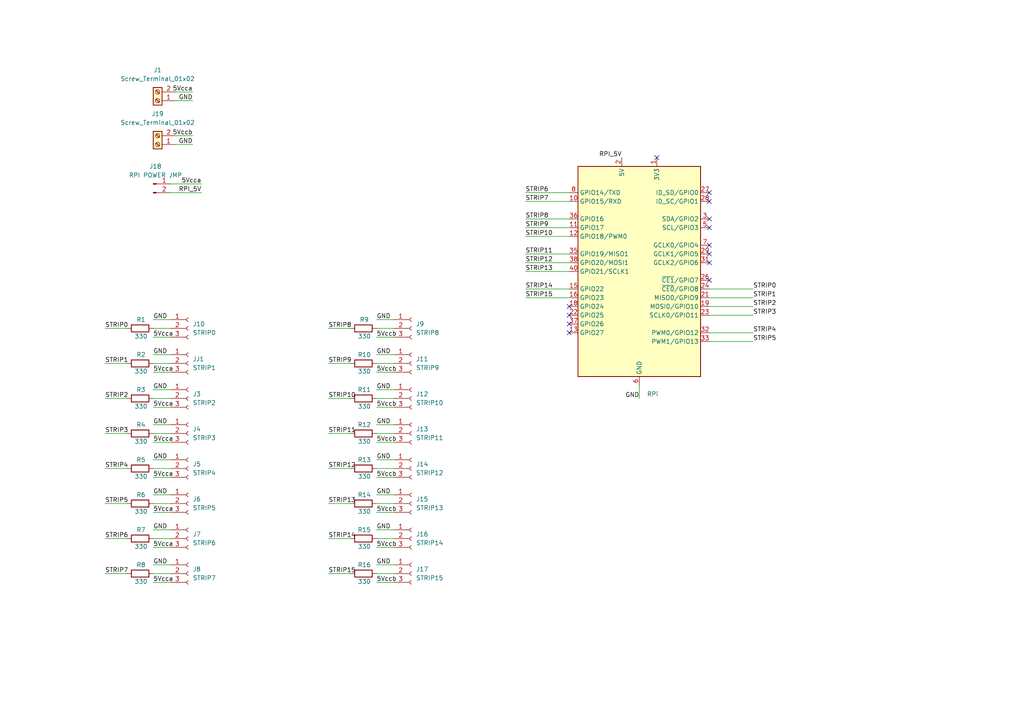
<source format=kicad_sch>
(kicad_sch (version 20231120) (generator "eeschema") (generator_version "8.0")
  (paper "A4")
  (lib_symbols
    (symbol "Connector:Conn_01x02_Pin" (pin_names (offset 1.016) hide)
      (property "Reference" "J" (at 0 2.54 0))
      (property "Value" "Conn_01x02_Pin" (at 0 -5.08 0))
      (symbol "Conn_01x02_Pin_1_1"
        (polyline (pts (xy 1.27 -2.54) (xy 0.8636 -2.54)) (stroke (width 0.1524)))
        (polyline (pts (xy 1.27 0) (xy 0.8636 0)) (stroke (width 0.1524)))
        (rectangle (start 0.8636 -2.413) (end 0 -2.667) (stroke (width 0.1524)) (fill (type outline)))
        (rectangle (start 0.8636 0.127) (end 0 -0.127) (stroke (width 0.1524)) (fill (type outline)))
        (pin passive line (at 5.08 0 180) (length 3.81) (name "Pin_1") (number "1"))
        (pin passive line (at 5.08 -2.54 180) (length 3.81) (name "Pin_2") (number "2"))
      )
    )
    (symbol "Connector:Conn_01x03_Socket" (pin_names (offset 1.016) hide)
      (property "Reference" "J" (at 0 5.08 0))
      (property "Value" "Conn_01x03_Socket" (at 0 -5.08 0))
      (symbol "Conn_01x03_Socket_1_1"
        (arc (start 0 -2.032) (mid -0.5058 -2.54) (end 0 -3.048) (stroke (width 0.1524)))
        (polyline (pts (xy -1.27 -2.54) (xy -0.508 -2.54)) (stroke (width 0.1524)))
        (polyline (pts (xy -1.27 0) (xy -0.508 0)) (stroke (width 0.1524)))
        (polyline (pts (xy -1.27 2.54) (xy -0.508 2.54)) (stroke (width 0.1524)))
        (arc (start 0 0.508) (mid -0.5058 0) (end 0 -0.508) (stroke (width 0.1524)))
        (arc (start 0 3.048) (mid -0.5058 2.54) (end 0 2.032) (stroke (width 0.1524)))
        (pin passive line (at -5.08 2.54 0) (length 3.81) (name "Pin_1") (number "1"))
        (pin passive line (at -5.08 0 0) (length 3.81) (name "Pin_2") (number "2"))
        (pin passive line (at -5.08 -2.54 0) (length 3.81) (name "Pin_3") (number "3"))
      )
    )
    (symbol "Connector:Raspberry_Pi_2_3"
      (property "Reference" "J" (at -17.78 31.75 0))
      (property "Value" "Raspberry_Pi_2_3" (at 10.16 -31.75 0))
      (symbol "Raspberry_Pi_2_3_0_1"
        (rectangle (start -17.78 30.48) (end 17.78 -30.48) (stroke (width 0.254)) (fill (type background)))
      )
      (symbol "Raspberry_Pi_2_3_1_1"
        (pin power_in line (at 5.08 33.02 270) (length 2.54) (name "3V3") (number "1"))
        (pin bidirectional line (at -20.32 20.32 0) (length 2.54) (name "GPIO15/RXD") (number "10"))
        (pin bidirectional line (at -20.32 12.7 0) (length 2.54) (name "GPIO17") (number "11"))
        (pin bidirectional line (at -20.32 10.16 0) (length 2.54) (name "GPIO18/PWM0") (number "12"))
        (pin bidirectional line (at -20.32 -17.78 0) (length 2.54) (name "GPIO27") (number "13"))
        (pin passive line (at 0 -33.02 90) (length 2.54) hide (name "GND") (number "14"))
        (pin bidirectional line (at -20.32 -5.08 0) (length 2.54) (name "GPIO22") (number "15"))
        (pin bidirectional line (at -20.32 -7.62 0) (length 2.54) (name "GPIO23") (number "16"))
        (pin passive line (at 5.08 33.02 270) (length 2.54) hide (name "3V3") (number "17"))
        (pin bidirectional line (at -20.32 -10.16 0) (length 2.54) (name "GPIO24") (number "18"))
        (pin bidirectional line (at 20.32 -10.16 180) (length 2.54) (name "MOSI0/GPIO10") (number "19"))
        (pin power_in line (at -5.08 33.02 270) (length 2.54) (name "5V") (number "2"))
        (pin passive line (at 0 -33.02 90) (length 2.54) hide (name "GND") (number "20"))
        (pin bidirectional line (at 20.32 -7.62 180) (length 2.54) (name "MISO0/GPIO9") (number "21"))
        (pin bidirectional line (at -20.32 -12.7 0) (length 2.54) (name "GPIO25") (number "22"))
        (pin bidirectional line (at 20.32 -12.7 180) (length 2.54) (name "SCLK0/GPIO11") (number "23"))
        (pin bidirectional line (at 20.32 -5.08 180) (length 2.54) (name "~{CE0}/GPIO8") (number "24"))
        (pin passive line (at 0 -33.02 90) (length 2.54) hide (name "GND") (number "25"))
        (pin bidirectional line (at 20.32 -2.54 180) (length 2.54) (name "~{CE1}/GPIO7") (number "26"))
        (pin bidirectional line (at 20.32 22.86 180) (length 2.54) (name "ID_SD/GPIO0") (number "27"))
        (pin bidirectional line (at 20.32 20.32 180) (length 2.54) (name "ID_SC/GPIO1") (number "28"))
        (pin bidirectional line (at 20.32 5.08 180) (length 2.54) (name "GCLK1/GPIO5") (number "29"))
        (pin bidirectional line (at 20.32 15.24 180) (length 2.54) (name "SDA/GPIO2") (number "3"))
        (pin passive line (at 0 -33.02 90) (length 2.54) hide (name "GND") (number "30"))
        (pin bidirectional line (at 20.32 2.54 180) (length 2.54) (name "GCLK2/GPIO6") (number "31"))
        (pin bidirectional line (at 20.32 -17.78 180) (length 2.54) (name "PWM0/GPIO12") (number "32"))
        (pin bidirectional line (at 20.32 -20.32 180) (length 2.54) (name "PWM1/GPIO13") (number "33"))
        (pin passive line (at 0 -33.02 90) (length 2.54) hide (name "GND") (number "34"))
        (pin bidirectional line (at -20.32 5.08 0) (length 2.54) (name "GPIO19/MISO1") (number "35"))
        (pin bidirectional line (at -20.32 15.24 0) (length 2.54) (name "GPIO16") (number "36"))
        (pin bidirectional line (at -20.32 -15.24 0) (length 2.54) (name "GPIO26") (number "37"))
        (pin bidirectional line (at -20.32 2.54 0) (length 2.54) (name "GPIO20/MOSI1") (number "38"))
        (pin passive line (at 0 -33.02 90) (length 2.54) hide (name "GND") (number "39"))
        (pin passive line (at -5.08 33.02 270) (length 2.54) hide (name "5V") (number "4"))
        (pin bidirectional line (at -20.32 0 0) (length 2.54) (name "GPIO21/SCLK1") (number "40"))
        (pin bidirectional line (at 20.32 12.7 180) (length 2.54) (name "SCL/GPIO3") (number "5"))
        (pin power_in line (at 0 -33.02 90) (length 2.54) (name "GND") (number "6"))
        (pin bidirectional line (at 20.32 7.62 180) (length 2.54) (name "GCLK0/GPIO4") (number "7"))
        (pin bidirectional line (at -20.32 22.86 0) (length 2.54) (name "GPIO14/TXD") (number "8"))
        (pin passive line (at 0 -33.02 90) (length 2.54) hide (name "GND") (number "9"))
      )
    )
    (symbol "Connector:Screw_Terminal_01x02" (pin_names (offset 1.016) hide)
      (property "Reference" "J" (at 0 2.54 0))
      (property "Value" "Screw_Terminal_01x02" (at 0 -5.08 0))
      (symbol "Screw_Terminal_01x02_1_1"
        (rectangle (start -1.27 1.27) (end 1.27 -3.81) (stroke (width 0.254)) (fill (type background)))
        (circle (center 0 -2.54) (radius 0.635) (stroke (width 0.1524)))
        (polyline (pts (xy -0.5334 -2.2098) (xy 0.3302 -3.048)) (stroke (width 0.1524)))
        (polyline (pts (xy -0.5334 0.3302) (xy 0.3302 -0.508)) (stroke (width 0.1524)))
        (polyline (pts (xy -0.3556 -2.032) (xy 0.508 -2.8702)) (stroke (width 0.1524)))
        (polyline (pts (xy -0.3556 0.508) (xy 0.508 -0.3302)) (stroke (width 0.1524)))
        (circle (center 0 0) (radius 0.635) (stroke (width 0.1524)))
        (pin passive line (at -5.08 0 0) (length 3.81) (name "Pin_1") (number "1"))
        (pin passive line (at -5.08 -2.54 0) (length 3.81) (name "Pin_2") (number "2"))
      )
    )
    (symbol "Device:R" (pin_numbers hide) (pin_names (offset 0))
      (property "Reference" "R" (at 2.032 0 90))
      (property "Value" "R" (at 0 0 90))
      (symbol "R_0_1"
        (rectangle (start -1.016 -2.54) (end 1.016 2.54) (stroke (width 0.254)))
      )
      (symbol "R_1_1"
        (pin passive line (at 0 3.81 270) (length 1.27) (name "~") (number "1"))
        (pin passive line (at 0 -3.81 90) (length 1.27) (name "~") (number "2"))
      )
    )
  )
  (no_connect (at 205.74 55.88))
  (no_connect (at 205.74 58.42))
  (no_connect (at 165.1 93.98))
  (no_connect (at 205.74 66.04))
  (no_connect (at 190.5 45.72))
  (no_connect (at 165.1 91.44))
  (no_connect (at 205.74 81.28))
  (no_connect (at 205.74 63.5))
  (no_connect (at 205.74 71.12))
  (no_connect (at 165.1 88.9))
  (no_connect (at 205.74 73.66))
  (no_connect (at 205.74 76.2))
  (no_connect (at 165.1 96.52))
  (wire (pts (xy 109.22 102.87) (xy 114.3 102.87)))
  (wire (pts (xy 44.45 156.21) (xy 49.53 156.21)))
  (wire (pts (xy 44.45 105.41) (xy 49.53 105.41)))
  (wire (pts (xy 95.25 146.05) (xy 101.6 146.05)))
  (wire (pts (xy 109.22 138.43) (xy 114.3 138.43)))
  (wire (pts (xy 44.45 113.03) (xy 49.53 113.03)))
  (wire (pts (xy 44.45 143.51) (xy 49.53 143.51)))
  (wire (pts (xy 44.45 97.79) (xy 49.53 97.79)))
  (wire (pts (xy 49.53 55.88) (xy 58.42 55.88)))
  (wire (pts (xy 44.45 92.71) (xy 49.53 92.71)))
  (wire (pts (xy 44.45 153.67) (xy 49.53 153.67)))
  (wire (pts (xy 30.48 105.41) (xy 36.83 105.41)))
  (wire (pts (xy 44.45 163.83) (xy 49.53 163.83)))
  (wire (pts (xy 152.4 68.58) (xy 165.1 68.58)))
  (wire (pts (xy 30.48 115.57) (xy 36.83 115.57)))
  (wire (pts (xy 44.45 95.25) (xy 49.53 95.25)))
  (wire (pts (xy 44.45 102.87) (xy 49.53 102.87)))
  (wire (pts (xy 30.48 166.37) (xy 36.83 166.37)))
  (wire (pts (xy 152.4 63.5) (xy 165.1 63.5)))
  (wire (pts (xy 44.45 168.91) (xy 49.53 168.91)))
  (wire (pts (xy 109.22 143.51) (xy 114.3 143.51)))
  (wire (pts (xy 95.25 156.21) (xy 101.6 156.21)))
  (wire (pts (xy 152.4 73.66) (xy 165.1 73.66)))
  (wire (pts (xy 95.25 135.89) (xy 101.6 135.89)))
  (wire (pts (xy 109.22 92.71) (xy 114.3 92.71)))
  (wire (pts (xy 95.25 166.37) (xy 101.6 166.37)))
  (wire (pts (xy 50.8 26.67) (xy 55.88 26.67)))
  (wire (pts (xy 109.22 158.75) (xy 114.3 158.75)))
  (wire (pts (xy 109.22 95.25) (xy 114.3 95.25)))
  (wire (pts (xy 109.22 105.41) (xy 114.3 105.41)))
  (wire (pts (xy 50.8 39.37) (xy 55.88 39.37)))
  (wire (pts (xy 205.74 96.52) (xy 218.44 96.52)))
  (wire (pts (xy 109.22 113.03) (xy 114.3 113.03)))
  (wire (pts (xy 109.22 156.21) (xy 114.3 156.21)))
  (wire (pts (xy 44.45 146.05) (xy 49.53 146.05)))
  (wire (pts (xy 109.22 168.91) (xy 114.3 168.91)))
  (wire (pts (xy 109.22 123.19) (xy 114.3 123.19)))
  (wire (pts (xy 30.48 156.21) (xy 36.83 156.21)))
  (wire (pts (xy 95.25 105.41) (xy 101.6 105.41)))
  (wire (pts (xy 205.74 91.44) (xy 218.44 91.44)))
  (wire (pts (xy 109.22 146.05) (xy 114.3 146.05)))
  (wire (pts (xy 44.45 158.75) (xy 49.53 158.75)))
  (wire (pts (xy 44.45 148.59) (xy 49.53 148.59)))
  (wire (pts (xy 109.22 128.27) (xy 114.3 128.27)))
  (wire (pts (xy 205.74 83.82) (xy 218.44 83.82)))
  (wire (pts (xy 152.4 55.88) (xy 165.1 55.88)))
  (wire (pts (xy 44.45 135.89) (xy 49.53 135.89)))
  (wire (pts (xy 205.74 86.36) (xy 218.44 86.36)))
  (wire (pts (xy 44.45 115.57) (xy 49.53 115.57)))
  (wire (pts (xy 44.45 138.43) (xy 49.53 138.43)))
  (wire (pts (xy 109.22 107.95) (xy 114.3 107.95)))
  (wire (pts (xy 109.22 163.83) (xy 114.3 163.83)))
  (wire (pts (xy 152.4 58.42) (xy 165.1 58.42)))
  (wire (pts (xy 152.4 76.2) (xy 165.1 76.2)))
  (wire (pts (xy 30.48 135.89) (xy 36.83 135.89)))
  (wire (pts (xy 109.22 135.89) (xy 114.3 135.89)))
  (wire (pts (xy 30.48 95.25) (xy 36.83 95.25)))
  (wire (pts (xy 152.4 86.36) (xy 165.1 86.36)))
  (wire (pts (xy 44.45 123.19) (xy 49.53 123.19)))
  (wire (pts (xy 109.22 115.57) (xy 114.3 115.57)))
  (wire (pts (xy 152.4 66.04) (xy 165.1 66.04)))
  (wire (pts (xy 49.53 53.34) (xy 58.42 53.34)))
  (wire (pts (xy 152.4 78.74) (xy 165.1 78.74)))
  (wire (pts (xy 95.25 115.57) (xy 101.6 115.57)))
  (wire (pts (xy 95.25 95.25) (xy 101.6 95.25)))
  (wire (pts (xy 109.22 153.67) (xy 114.3 153.67)))
  (wire (pts (xy 109.22 166.37) (xy 114.3 166.37)))
  (wire (pts (xy 44.45 118.11) (xy 49.53 118.11)))
  (wire (pts (xy 30.48 125.73) (xy 36.83 125.73)))
  (wire (pts (xy 109.22 118.11) (xy 114.3 118.11)))
  (wire (pts (xy 109.22 97.79) (xy 114.3 97.79)))
  (wire (pts (xy 50.8 41.91) (xy 55.88 41.91)))
  (wire (pts (xy 109.22 133.35) (xy 114.3 133.35)))
  (wire (pts (xy 205.74 88.9) (xy 218.44 88.9)))
  (wire (pts (xy 109.22 148.59) (xy 114.3 148.59)))
  (wire (pts (xy 44.45 128.27) (xy 49.53 128.27)))
  (wire (pts (xy 152.4 83.82) (xy 165.1 83.82)))
  (wire (pts (xy 44.45 125.73) (xy 49.53 125.73)))
  (wire (pts (xy 95.25 125.73) (xy 101.6 125.73)))
  (wire (pts (xy 30.48 146.05) (xy 36.83 146.05)))
  (wire (pts (xy 44.45 166.37) (xy 49.53 166.37)))
  (wire (pts (xy 205.74 99.06) (xy 218.44 99.06)))
  (wire (pts (xy 44.45 133.35) (xy 49.53 133.35)))
  (wire (pts (xy 185.42 111.76) (xy 185.42 115.57)))
  (wire (pts (xy 50.8 29.21) (xy 55.88 29.21)))
  (wire (pts (xy 109.22 125.73) (xy 114.3 125.73)))
  (wire (pts (xy 44.45 107.95) (xy 49.53 107.95)))
  (label "5Vcca" (at 44.45 118.11 0))
  (label "5Vcca" (at 44.45 148.59 0))
  (label "5Vccb" (at 109.22 148.59 0))
  (label "5Vccb" (at 109.22 118.11 0))
  (label "5Vcca" (at 58.42 53.34 180))
  (label "GND" (at 109.22 133.35 0))
  (label "STRIP1" (at 218.44 86.36 0))
  (label "STRIP15" (at 95.25 166.37 0))
  (label "GND" (at 109.22 113.03 0))
  (label "STRIP14" (at 95.25 156.21 0))
  (label "GND" (at 109.22 143.51 0))
  (label "STRIP2" (at 30.48 115.57 0))
  (label "GND" (at 55.88 41.91 180))
  (label "GND" (at 185.42 115.57 180))
  (label "STRIP4" (at 30.48 135.89 0))
  (label "5Vccb" (at 109.22 128.27 0))
  (label "RPI_5V" (at 58.42 55.88 180))
  (label "STRIP11" (at 152.4 73.66 0))
  (label "STRIP13" (at 152.4 78.74 0))
  (label "GND" (at 109.22 153.67 0))
  (label "GND" (at 55.88 29.21 180))
  (label "STRIP7" (at 152.4 58.42 0))
  (label "GND" (at 109.22 92.71 0))
  (label "GND" (at 44.45 123.19 0))
  (label "STRIP5" (at 218.44 99.06 0))
  (label "STRIP0" (at 218.44 83.82 0))
  (label "STRIP10" (at 152.4 68.58 0))
  (label "5Vccb" (at 109.22 158.75 0))
  (label "STRIP6" (at 30.48 156.21 0))
  (label "GND" (at 44.45 163.83 0))
  (label "GND" (at 109.22 102.87 0))
  (label "5Vccb" (at 109.22 107.95 0))
  (label "STRIP10" (at 95.25 115.57 0))
  (label "GND" (at 109.22 123.19 0))
  (label "STRIP1" (at 30.48 105.41 0))
  (label "5Vcca" (at 55.88 26.67 180))
  (label "5Vcca" (at 44.45 107.95 0))
  (label "STRIP3" (at 218.44 91.44 0))
  (label "5Vcca" (at 44.45 97.79 0))
  (label "STRIP3" (at 30.48 125.73 0))
  (label "STRIP2" (at 218.44 88.9 0))
  (label "RPI_5V" (at 180.34 45.72 180))
  (label "GND" (at 44.45 92.71 0))
  (label "STRIP9" (at 152.4 66.04 0))
  (label "STRIP8" (at 152.4 63.5 0))
  (label "GND" (at 44.45 153.67 0))
  (label "GND" (at 44.45 143.51 0))
  (label "5Vcca" (at 44.45 128.27 0))
  (label "5Vcca" (at 44.45 138.43 0))
  (label "5Vccb" (at 109.22 168.91 0))
  (label "STRIP14" (at 152.4 83.82 0))
  (label "5Vcca" (at 44.45 168.91 0))
  (label "GND" (at 44.45 113.03 0))
  (label "GND" (at 44.45 102.87 0))
  (label "STRIP6" (at 152.4 55.88 0))
  (label "STRIP12" (at 152.4 76.2 0))
  (label "STRIP0" (at 30.48 95.25 0))
  (label "5Vccb" (at 109.22 138.43 0))
  (label "5Vccb" (at 109.22 97.79 0))
  (label "STRIP13" (at 95.25 146.05 0))
  (label "GND" (at 44.45 133.35 0))
  (label "STRIP4" (at 218.44 96.52 0))
  (label "STRIP15" (at 152.4 86.36 0))
  (label "STRIP8" (at 95.25 95.25 0))
  (label "5Vcca" (at 44.45 158.75 0))
  (label "5Vccb" (at 55.88 39.37 180))
  (label "STRIP11" (at 95.25 125.73 0))
  (label "STRIP7" (at 30.48 166.37 0))
  (label "STRIP9" (at 95.25 105.41 0))
  (label "STRIP5" (at 30.48 146.05 0))
  (label "STRIP12" (at 95.25 135.89 0))
  (label "GND" (at 109.22 163.83 0))
  (symbol (lib_id "Device:R") (at 105.41 105.41 90) (unit 1)
    (property "Reference" "R10" (at 105.664 102.87 90))
    (property "Value" "330" (at 105.664 107.696 90))
    (property "Footprint" "Resistor_SMD:R_0805_2012Metric" (effects (hide yes)))
    (property "Description" "Resistor" (effects (hide yes)))
  )
  (symbol (lib_id "Device:R") (at 40.64 95.25 90) (unit 1)
    (property "Reference" "R1" (at 40.894 92.71 90))
    (property "Value" "330" (at 40.894 97.536 90))
    (property "Footprint" "Resistor_SMD:R_0805_2012Metric" (effects (hide yes)))
    (property "Description" "Resistor" (effects (hide yes)))
  )
  (symbol (lib_id "Connector:Conn_01x03_Socket") (at 119.38 166.37 0) (unit 1)
    (property "Reference" "J17" (at 120.65 165.0999 0) (effects (justify left)))
    (property "Value" "STRIP15" (at 120.65 167.6399 0) (effects (justify left)))
    (property "Footprint" "Connector_JST:JST_EH_B3B-EH-A_1x03_P2.50mm_Vertical" (effects (hide yes)))
    (property "Description" "Generic connector, single row, 01x03, script generated" (effects (hide yes)))
  )
  (symbol (lib_id "Device:R") (at 105.41 125.73 90) (unit 1)
    (property "Reference" "R12" (at 105.664 123.19 90))
    (property "Value" "330" (at 105.664 128.016 90))
    (property "Footprint" "Resistor_SMD:R_0805_2012Metric" (effects (hide yes)))
    (property "Description" "Resistor" (effects (hide yes)))
  )
  (symbol (lib_id "Connector:Conn_01x03_Socket") (at 54.61 166.37 0) (unit 1)
    (property "Reference" "J8" (at 55.88 165.0999 0) (effects (justify left)))
    (property "Value" "STRIP7" (at 55.88 167.6399 0) (effects (justify left)))
    (property "Footprint" "Connector_JST:JST_EH_B3B-EH-A_1x03_P2.50mm_Vertical" (effects (hide yes)))
    (property "Description" "Generic connector, single row, 01x03, script generated" (effects (hide yes)))
  )
  (symbol (lib_id "Device:R") (at 40.64 156.21 90) (unit 1)
    (property "Reference" "R7" (at 40.894 153.67 90))
    (property "Value" "330" (at 40.894 158.496 90))
    (property "Footprint" "Resistor_SMD:R_0805_2012Metric" (effects (hide yes)))
    (property "Description" "Resistor" (effects (hide yes)))
  )
  (symbol (lib_id "Connector:Screw_Terminal_01x02") (at 45.72 29.21 180) (unit 1)
    (property "Reference" "J1" (at 45.72 20.32 0))
    (property "Value" "Screw_Terminal_01x02" (at 45.72 22.86 0))
    (property "Footprint" "TerminalBlock:TerminalBlock_bornier-2_P5.08mm" (effects (hide yes)))
    (property "Description" "Generic screw terminal, single row, 01x02, script generated (kicad-library-utils/schlib/autogen/connector/)" (effects (hide yes)))
  )
  (symbol (lib_id "Connector:Conn_01x03_Socket") (at 54.61 95.25 0) (unit 1)
    (property "Reference" "J10" (at 55.88 93.9799 0) (effects (justify left)))
    (property "Value" "STRIP0" (at 55.88 96.5199 0) (effects (justify left)))
    (property "Footprint" "Connector_JST:JST_EH_B3B-EH-A_1x03_P2.50mm_Vertical" (effects (hide yes)))
    (property "Description" "Generic connector, single row, 01x03, script generated" (effects (hide yes)))
  )
  (symbol (lib_id "Device:R") (at 40.64 166.37 90) (unit 1)
    (property "Reference" "R8" (at 40.894 163.83 90))
    (property "Value" "330" (at 40.894 168.656 90))
    (property "Footprint" "Resistor_SMD:R_0805_2012Metric" (effects (hide yes)))
    (property "Description" "Resistor" (effects (hide yes)))
  )
  (symbol (lib_id "Device:R") (at 40.64 135.89 90) (unit 1)
    (property "Reference" "R5" (at 40.894 133.35 90))
    (property "Value" "330" (at 40.894 138.176 90))
    (property "Footprint" "Resistor_SMD:R_0805_2012Metric" (effects (hide yes)))
    (property "Description" "Resistor" (effects (hide yes)))
  )
  (symbol (lib_id "Connector:Conn_01x03_Socket") (at 54.61 125.73 0) (unit 1)
    (property "Reference" "J4" (at 55.88 124.4599 0) (effects (justify left)))
    (property "Value" "STRIP3" (at 55.88 126.9999 0) (effects (justify left)))
    (property "Footprint" "Connector_JST:JST_EH_B3B-EH-A_1x03_P2.50mm_Vertical" (effects (hide yes)))
    (property "Description" "Generic connector, single row, 01x03, script generated" (effects (hide yes)))
  )
  (symbol (lib_id "Connector:Conn_01x03_Socket") (at 119.38 105.41 0) (unit 1)
    (property "Reference" "J11" (at 120.65 104.1399 0) (effects (justify left)))
    (property "Value" "STRIP9" (at 120.65 106.6799 0) (effects (justify left)))
    (property "Footprint" "Connector_JST:JST_EH_B3B-EH-A_1x03_P2.50mm_Vertical" (effects (hide yes)))
    (property "Description" "Generic connector, single row, 01x03, script generated" (effects (hide yes)))
  )
  (symbol (lib_id "Connector:Conn_01x02_Pin") (at 44.45 53.34 0) (unit 1)
    (property "Reference" "J18" (at 45.085 48.26 0))
    (property "Value" "RPI POWER JMP" (at 45.085 50.8 0))
    (property "Footprint" "Connector_PinHeader_2.54mm:PinHeader_1x02_P2.54mm_Vertical" (effects (hide yes)))
    (property "Description" "Generic connector, single row, 01x02, script generated" (effects (hide yes)))
  )
  (symbol (lib_id "Device:R") (at 40.64 146.05 90) (unit 1)
    (property "Reference" "R6" (at 40.894 143.51 90))
    (property "Value" "330" (at 40.894 148.336 90))
    (property "Footprint" "Resistor_SMD:R_0805_2012Metric" (effects (hide yes)))
    (property "Description" "Resistor" (effects (hide yes)))
  )
  (symbol (lib_id "Connector:Conn_01x03_Socket") (at 119.38 115.57 0) (unit 1)
    (property "Reference" "J12" (at 120.65 114.2999 0) (effects (justify left)))
    (property "Value" "STRIP10" (at 120.65 116.8399 0) (effects (justify left)))
    (property "Footprint" "Connector_JST:JST_EH_B3B-EH-A_1x03_P2.50mm_Vertical" (effects (hide yes)))
    (property "Description" "Generic connector, single row, 01x03, script generated" (effects (hide yes)))
  )
  (symbol (lib_id "Device:R") (at 105.41 166.37 90) (unit 1)
    (property "Reference" "R16" (at 105.664 163.83 90))
    (property "Value" "330" (at 105.664 168.656 90))
    (property "Footprint" "Resistor_SMD:R_0805_2012Metric" (effects (hide yes)))
    (property "Description" "Resistor" (effects (hide yes)))
  )
  (symbol (lib_id "Connector:Screw_Terminal_01x02") (at 45.72 41.91 180) (unit 1)
    (property "Reference" "J19" (at 45.72 33.02 0))
    (property "Value" "Screw_Terminal_01x02" (at 45.72 35.56 0))
    (property "Footprint" "TerminalBlock:TerminalBlock_bornier-2_P5.08mm" (effects (hide yes)))
    (property "Description" "Generic screw terminal, single row, 01x02, script generated (kicad-library-utils/schlib/autogen/connector/)" (effects (hide yes)))
  )
  (symbol (lib_id "Connector:Raspberry_Pi_2_3") (at 185.42 78.74 0) (unit 1)
    (property "Reference" "J2" (effects (hide yes)))
    (property "Value" "RPi" (at 187.6141 114.3 0) (effects (justify left)))
    (property "Footprint" "Connector_PinHeader_2.54mm:PinHeader_2x20_P2.54mm_Vertical" (effects (hide yes)))
    (property "Datasheet" "https://www.raspberrypi.org/documentation/hardware/raspberrypi/schematics/rpi_SCH_3bplus_1p0_reduced.pdf" (effects (hide yes)))
    (property "Description" "expansion header for Raspberry Pi 2 & 3" (effects (hide yes)))
  )
  (symbol (lib_id "Connector:Conn_01x03_Socket") (at 54.61 105.41 0) (unit 1)
    (property "Reference" "JJ1" (at 55.88 104.1399 0) (effects (justify left)))
    (property "Value" "STRIP1" (at 55.88 106.6799 0) (effects (justify left)))
    (property "Footprint" "Connector_JST:JST_EH_B3B-EH-A_1x03_P2.50mm_Vertical" (effects (hide yes)))
    (property "Description" "Generic connector, single row, 01x03, script generated" (effects (hide yes)))
  )
  (symbol (lib_id "Connector:Conn_01x03_Socket") (at 54.61 156.21 0) (unit 1)
    (property "Reference" "J7" (at 55.88 154.9399 0) (effects (justify left)))
    (property "Value" "STRIP6" (at 55.88 157.4799 0) (effects (justify left)))
    (property "Footprint" "Connector_JST:JST_EH_B3B-EH-A_1x03_P2.50mm_Vertical" (effects (hide yes)))
    (property "Description" "Generic connector, single row, 01x03, script generated" (effects (hide yes)))
  )
  (symbol (lib_id "Device:R") (at 105.41 95.25 90) (unit 1)
    (property "Reference" "R9" (at 105.664 92.71 90))
    (property "Value" "330" (at 105.664 97.536 90))
    (property "Footprint" "Resistor_SMD:R_0805_2012Metric" (effects (hide yes)))
    (property "Description" "Resistor" (effects (hide yes)))
  )
  (symbol (lib_id "Device:R") (at 105.41 135.89 90) (unit 1)
    (property "Reference" "R13" (at 105.664 133.35 90))
    (property "Value" "330" (at 105.664 138.176 90))
    (property "Footprint" "Resistor_SMD:R_0805_2012Metric" (effects (hide yes)))
    (property "Description" "Resistor" (effects (hide yes)))
  )
  (symbol (lib_id "Device:R") (at 105.41 146.05 90) (unit 1)
    (property "Reference" "R14" (at 105.664 143.51 90))
    (property "Value" "330" (at 105.664 148.336 90))
    (property "Footprint" "Resistor_SMD:R_0805_2012Metric" (effects (hide yes)))
    (property "Description" "Resistor" (effects (hide yes)))
  )
  (symbol (lib_id "Connector:Conn_01x03_Socket") (at 119.38 125.73 0) (unit 1)
    (property "Reference" "J13" (at 120.65 124.4599 0) (effects (justify left)))
    (property "Value" "STRIP11" (at 120.65 126.9999 0) (effects (justify left)))
    (property "Footprint" "Connector_JST:JST_EH_B3B-EH-A_1x03_P2.50mm_Vertical" (effects (hide yes)))
    (property "Description" "Generic connector, single row, 01x03, script generated" (effects (hide yes)))
  )
  (symbol (lib_id "Connector:Conn_01x03_Socket") (at 119.38 135.89 0) (unit 1)
    (property "Reference" "J14" (at 120.65 134.6199 0) (effects (justify left)))
    (property "Value" "STRIP12" (at 120.65 137.1599 0) (effects (justify left)))
    (property "Footprint" "Connector_JST:JST_EH_B3B-EH-A_1x03_P2.50mm_Vertical" (effects (hide yes)))
    (property "Description" "Generic connector, single row, 01x03, script generated" (effects (hide yes)))
  )
  (symbol (lib_id "Device:R") (at 40.64 115.57 90) (unit 1)
    (property "Reference" "R3" (at 40.894 113.03 90))
    (property "Value" "330" (at 40.894 117.856 90))
    (property "Footprint" "Resistor_SMD:R_0805_2012Metric" (effects (hide yes)))
    (property "Description" "Resistor" (effects (hide yes)))
  )
  (symbol (lib_id "Connector:Conn_01x03_Socket") (at 54.61 135.89 0) (unit 1)
    (property "Reference" "J5" (at 55.88 134.6199 0) (effects (justify left)))
    (property "Value" "STRIP4" (at 55.88 137.1599 0) (effects (justify left)))
    (property "Footprint" "Connector_JST:JST_EH_B3B-EH-A_1x03_P2.50mm_Vertical" (effects (hide yes)))
    (property "Description" "Generic connector, single row, 01x03, script generated" (effects (hide yes)))
  )
  (symbol (lib_id "Connector:Conn_01x03_Socket") (at 54.61 115.57 0) (unit 1)
    (property "Reference" "J3" (at 55.88 114.2999 0) (effects (justify left)))
    (property "Value" "STRIP2" (at 55.88 116.8399 0) (effects (justify left)))
    (property "Footprint" "Connector_JST:JST_EH_B3B-EH-A_1x03_P2.50mm_Vertical" (effects (hide yes)))
    (property "Description" "Generic connector, single row, 01x03, script generated" (effects (hide yes)))
  )
  (symbol (lib_id "Connector:Conn_01x03_Socket") (at 119.38 95.25 0) (unit 1)
    (property "Reference" "J9" (at 120.65 93.9799 0) (effects (justify left)))
    (property "Value" "STRIP8" (at 120.65 96.5199 0) (effects (justify left)))
    (property "Footprint" "Connector_JST:JST_EH_B3B-EH-A_1x03_P2.50mm_Vertical" (effects (hide yes)))
    (property "Description" "Generic connector, single row, 01x03, script generated" (effects (hide yes)))
  )
  (symbol (lib_id "Connector:Conn_01x03_Socket") (at 54.61 146.05 0) (unit 1)
    (property "Reference" "J6" (at 55.88 144.7799 0) (effects (justify left)))
    (property "Value" "STRIP5" (at 55.88 147.3199 0) (effects (justify left)))
    (property "Footprint" "Connector_JST:JST_EH_B3B-EH-A_1x03_P2.50mm_Vertical" (effects (hide yes)))
    (property "Description" "Generic connector, single row, 01x03, script generated" (effects (hide yes)))
  )
  (symbol (lib_id "Device:R") (at 40.64 125.73 90) (unit 1)
    (property "Reference" "R4" (at 40.894 123.19 90))
    (property "Value" "330" (at 40.894 128.016 90))
    (property "Footprint" "Resistor_SMD:R_0805_2012Metric" (effects (hide yes)))
    (property "Description" "Resistor" (effects (hide yes)))
  )
  (symbol (lib_id "Device:R") (at 105.41 156.21 90) (unit 1)
    (property "Reference" "R15" (at 105.664 153.67 90))
    (property "Value" "330" (at 105.664 158.496 90))
    (property "Footprint" "Resistor_SMD:R_0805_2012Metric" (effects (hide yes)))
    (property "Description" "Resistor" (effects (hide yes)))
  )
  (symbol (lib_id "Device:R") (at 105.41 115.57 90) (unit 1)
    (property "Reference" "R11" (at 105.664 113.03 90))
    (property "Value" "330" (at 105.664 117.856 90))
    (property "Footprint" "Resistor_SMD:R_0805_2012Metric" (effects (hide yes)))
    (property "Description" "Resistor" (effects (hide yes)))
  )
  (symbol (lib_id "Connector:Conn_01x03_Socket") (at 119.38 146.05 0) (unit 1)
    (property "Reference" "J15" (at 120.65 144.7799 0) (effects (justify left)))
    (property "Value" "STRIP13" (at 120.65 147.3199 0) (effects (justify left)))
    (property "Footprint" "Connector_JST:JST_EH_B3B-EH-A_1x03_P2.50mm_Vertical" (effects (hide yes)))
    (property "Description" "Generic connector, single row, 01x03, script generated" (effects (hide yes)))
  )
  (symbol (lib_id "Connector:Conn_01x03_Socket") (at 119.38 156.21 0) (unit 1)
    (property "Reference" "J16" (at 120.65 154.9399 0) (effects (justify left)))
    (property "Value" "STRIP14" (at 120.65 157.4799 0) (effects (justify left)))
    (property "Footprint" "Connector_JST:JST_EH_B3B-EH-A_1x03_P2.50mm_Vertical" (effects (hide yes)))
    (property "Description" "Generic connector, single row, 01x03, script generated" (effects (hide yes)))
  )
  (symbol (lib_id "Device:R") (at 40.64 105.41 90) (unit 1)
    (property "Reference" "R2" (at 40.894 102.87 90))
    (property "Value" "330" (at 40.894 107.696 90))
    (property "Footprint" "Resistor_SMD:R_0805_2012Metric" (effects (hide yes)))
    (property "Description" "Resistor" (effects (hide yes)))
  )
)
</source>
